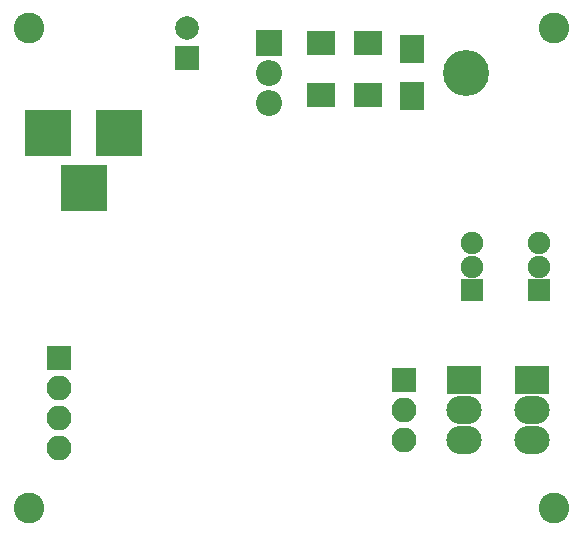
<source format=gbr>
G04 #@! TF.FileFunction,Soldermask,Bot*
%FSLAX46Y46*%
G04 Gerber Fmt 4.6, Leading zero omitted, Abs format (unit mm)*
G04 Created by KiCad (PCBNEW 4.0.7) date Sunday, June 10, 2018 'PMt' 01:36:30 PM*
%MOMM*%
%LPD*%
G01*
G04 APERTURE LIST*
%ADD10C,0.100000*%
%ADD11C,2.600000*%
%ADD12R,2.000000X2.000000*%
%ADD13C,2.000000*%
%ADD14R,2.400000X2.000000*%
%ADD15R,3.900000X3.900000*%
%ADD16R,2.400000X2.100000*%
%ADD17R,2.100000X2.400000*%
%ADD18O,3.900000X3.900000*%
%ADD19R,2.200000X2.200000*%
%ADD20O,2.200000X2.200000*%
%ADD21R,1.900000X1.900000*%
%ADD22C,1.900000*%
%ADD23R,3.000000X2.400000*%
%ADD24O,3.000000X2.400000*%
%ADD25R,2.100000X2.100000*%
%ADD26O,2.100000X2.100000*%
G04 APERTURE END LIST*
D10*
D11*
X97790000Y-16510000D03*
X53340000Y-57150000D03*
X97790000Y-57150000D03*
D12*
X66675000Y-19050000D03*
D13*
X66675000Y-16550000D03*
D14*
X78010000Y-22225000D03*
X82010000Y-22225000D03*
D15*
X60960000Y-25400000D03*
X54960000Y-25400000D03*
X57960000Y-30100000D03*
D16*
X78010000Y-17780000D03*
X82010000Y-17780000D03*
D17*
X85725000Y-18320000D03*
X85725000Y-22320000D03*
D18*
X90320000Y-20320000D03*
D19*
X73660000Y-17780000D03*
D20*
X73660000Y-20320000D03*
X73660000Y-22860000D03*
D21*
X96520000Y-38735000D03*
D22*
X96520000Y-36735000D03*
X96520000Y-34735000D03*
D23*
X95885000Y-46355000D03*
D24*
X95885000Y-48895000D03*
X95885000Y-51435000D03*
D11*
X53340000Y-16510000D03*
D21*
X90805000Y-38735000D03*
D22*
X90805000Y-36735000D03*
X90805000Y-34735000D03*
D23*
X90170000Y-46355000D03*
D24*
X90170000Y-48895000D03*
X90170000Y-51435000D03*
D25*
X55880000Y-44450000D03*
D26*
X55880000Y-46990000D03*
X55880000Y-49530000D03*
X55880000Y-52070000D03*
D25*
X85090000Y-46355000D03*
D26*
X85090000Y-48895000D03*
X85090000Y-51435000D03*
M02*

</source>
